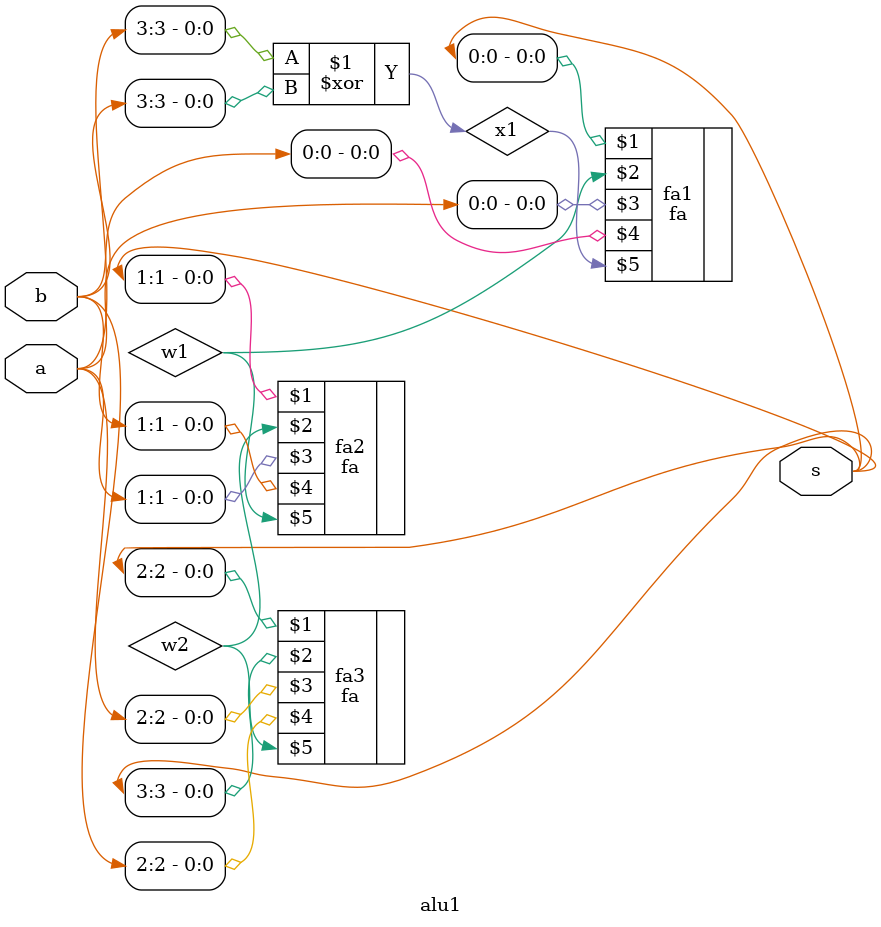
<source format=v>

`include "fa.v"

module alu1 (output [3:0] s,
             input [3:0] a,
             input [3:0] b);
   
  xor xor1 (x1,a[3],b[3]);
  fa fa1 (s[0],w1,a[0],b[0],x1);
  fa fa2 (s[1],w2,a[1],b[1],w1);
  fa fa3 (s[2],s[3],a[2],b[2],w2);

endmodule

</source>
